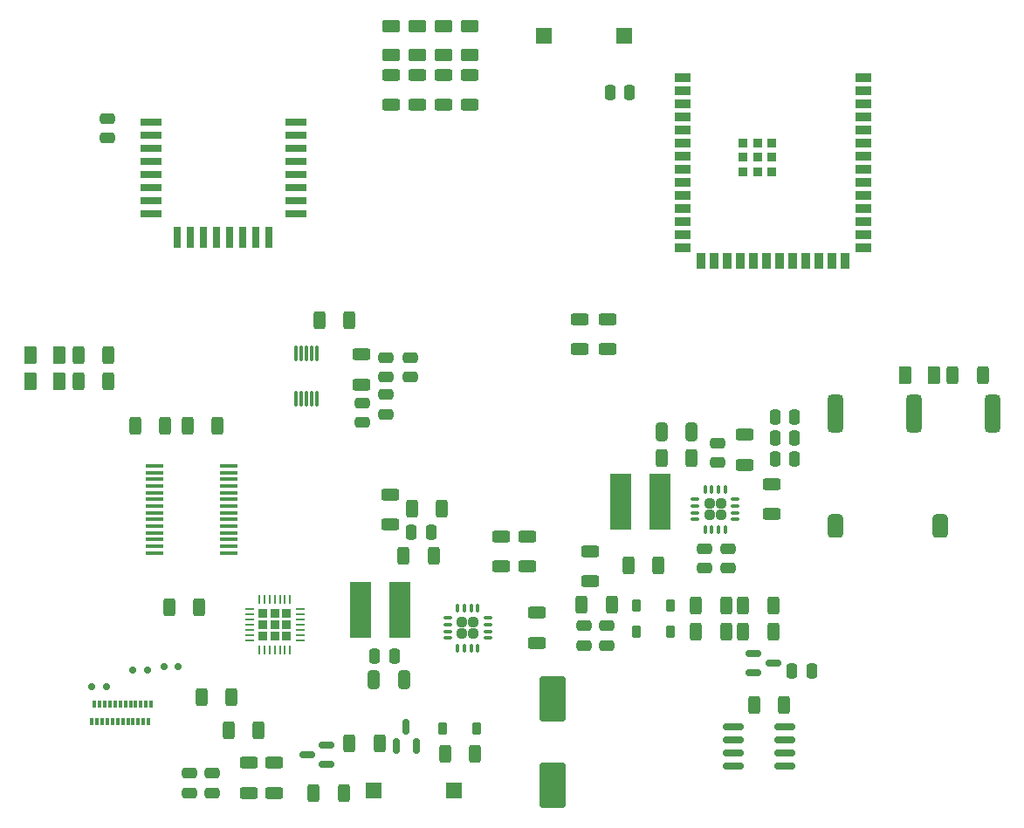
<source format=gtp>
G04 #@! TF.GenerationSoftware,KiCad,Pcbnew,7.0.2-6a45011f42~172~ubuntu20.04.1*
G04 #@! TF.CreationDate,2023-05-01T11:45:46+02:00*
G04 #@! TF.ProjectId,pippino_board,70697070-696e-46f5-9f62-6f6172642e6b,rev?*
G04 #@! TF.SameCoordinates,Original*
G04 #@! TF.FileFunction,Paste,Top*
G04 #@! TF.FilePolarity,Positive*
%FSLAX46Y46*%
G04 Gerber Fmt 4.6, Leading zero omitted, Abs format (unit mm)*
G04 Created by KiCad (PCBNEW 7.0.2-6a45011f42~172~ubuntu20.04.1) date 2023-05-01 11:45:46*
%MOMM*%
%LPD*%
G01*
G04 APERTURE LIST*
G04 Aperture macros list*
%AMRoundRect*
0 Rectangle with rounded corners*
0 $1 Rounding radius*
0 $2 $3 $4 $5 $6 $7 $8 $9 X,Y pos of 4 corners*
0 Add a 4 corners polygon primitive as box body*
4,1,4,$2,$3,$4,$5,$6,$7,$8,$9,$2,$3,0*
0 Add four circle primitives for the rounded corners*
1,1,$1+$1,$2,$3*
1,1,$1+$1,$4,$5*
1,1,$1+$1,$6,$7*
1,1,$1+$1,$8,$9*
0 Add four rect primitives between the rounded corners*
20,1,$1+$1,$2,$3,$4,$5,0*
20,1,$1+$1,$4,$5,$6,$7,0*
20,1,$1+$1,$6,$7,$8,$9,0*
20,1,$1+$1,$8,$9,$2,$3,0*%
G04 Aperture macros list end*
%ADD10RoundRect,0.250000X0.625000X-0.312500X0.625000X0.312500X-0.625000X0.312500X-0.625000X-0.312500X0*%
%ADD11RoundRect,0.250000X0.312500X0.625000X-0.312500X0.625000X-0.312500X-0.625000X0.312500X-0.625000X0*%
%ADD12RoundRect,0.250000X-0.375000X-0.625000X0.375000X-0.625000X0.375000X0.625000X-0.375000X0.625000X0*%
%ADD13R,1.750000X0.450000*%
%ADD14RoundRect,0.250000X-0.625000X0.375000X-0.625000X-0.375000X0.625000X-0.375000X0.625000X0.375000X0*%
%ADD15RoundRect,0.250000X0.250000X0.475000X-0.250000X0.475000X-0.250000X-0.475000X0.250000X-0.475000X0*%
%ADD16RoundRect,0.150000X-0.150000X-0.200000X0.150000X-0.200000X0.150000X0.200000X-0.150000X0.200000X0*%
%ADD17RoundRect,0.250000X-0.312500X-0.625000X0.312500X-0.625000X0.312500X0.625000X-0.312500X0.625000X0*%
%ADD18RoundRect,0.250000X-0.475000X0.250000X-0.475000X-0.250000X0.475000X-0.250000X0.475000X0.250000X0*%
%ADD19RoundRect,0.381000X-0.381000X1.460500X-0.381000X-1.460500X0.381000X-1.460500X0.381000X1.460500X0*%
%ADD20RoundRect,0.381000X-0.381000X0.762000X-0.381000X-0.762000X0.381000X-0.762000X0.381000X0.762000X0*%
%ADD21RoundRect,0.238649X0.238648X-0.238648X0.238648X0.238648X-0.238648X0.238648X-0.238648X-0.238648X0*%
%ADD22RoundRect,0.087500X0.087500X-0.325000X0.087500X0.325000X-0.087500X0.325000X-0.087500X-0.325000X0*%
%ADD23RoundRect,0.087500X0.325000X-0.087500X0.325000X0.087500X-0.325000X0.087500X-0.325000X-0.087500X0*%
%ADD24RoundRect,0.075000X-0.075000X0.650000X-0.075000X-0.650000X0.075000X-0.650000X0.075000X0.650000X0*%
%ADD25RoundRect,0.150000X-0.587500X-0.150000X0.587500X-0.150000X0.587500X0.150000X-0.587500X0.150000X0*%
%ADD26RoundRect,0.225000X-0.225000X-0.375000X0.225000X-0.375000X0.225000X0.375000X-0.225000X0.375000X0*%
%ADD27RoundRect,0.250000X-1.000000X1.950000X-1.000000X-1.950000X1.000000X-1.950000X1.000000X1.950000X0*%
%ADD28RoundRect,0.225000X0.225000X0.375000X-0.225000X0.375000X-0.225000X-0.375000X0.225000X-0.375000X0*%
%ADD29RoundRect,0.250000X0.475000X-0.250000X0.475000X0.250000X-0.475000X0.250000X-0.475000X-0.250000X0*%
%ADD30RoundRect,0.150000X0.150000X-0.587500X0.150000X0.587500X-0.150000X0.587500X-0.150000X-0.587500X0*%
%ADD31RoundRect,0.150000X0.150000X0.200000X-0.150000X0.200000X-0.150000X-0.200000X0.150000X-0.200000X0*%
%ADD32RoundRect,0.250000X-0.325000X-0.650000X0.325000X-0.650000X0.325000X0.650000X-0.325000X0.650000X0*%
%ADD33RoundRect,0.250000X-0.625000X0.312500X-0.625000X-0.312500X0.625000X-0.312500X0.625000X0.312500X0*%
%ADD34R,1.500000X1.500000*%
%ADD35RoundRect,0.250000X-0.250000X-0.475000X0.250000X-0.475000X0.250000X0.475000X-0.250000X0.475000X0*%
%ADD36R,1.500000X0.900000*%
%ADD37R,0.900000X1.500000*%
%ADD38R,0.900000X0.900000*%
%ADD39R,2.150000X5.500000*%
%ADD40RoundRect,0.225000X-0.225000X-0.225000X0.225000X-0.225000X0.225000X0.225000X-0.225000X0.225000X0*%
%ADD41RoundRect,0.062500X-0.337500X-0.062500X0.337500X-0.062500X0.337500X0.062500X-0.337500X0.062500X0*%
%ADD42RoundRect,0.062500X-0.062500X-0.337500X0.062500X-0.337500X0.062500X0.337500X-0.062500X0.337500X0*%
%ADD43R,0.300000X0.700000*%
%ADD44RoundRect,0.150000X-0.825000X-0.150000X0.825000X-0.150000X0.825000X0.150000X-0.825000X0.150000X0*%
%ADD45RoundRect,0.150000X0.587500X0.150000X-0.587500X0.150000X-0.587500X-0.150000X0.587500X-0.150000X0*%
%ADD46R,2.000000X0.700000*%
%ADD47R,0.700000X2.000000*%
G04 APERTURE END LIST*
D10*
X138250000Y-131462500D03*
X138250000Y-128537500D03*
D11*
X110912500Y-117590000D03*
X107987500Y-117590000D03*
X133712500Y-157500000D03*
X130787500Y-157500000D03*
D12*
X103381250Y-117590000D03*
X106181250Y-117590000D03*
D13*
X122600000Y-134225000D03*
X122600000Y-133575000D03*
X122600000Y-132925000D03*
X122600000Y-132275000D03*
X122600000Y-131625000D03*
X122600000Y-130975000D03*
X122600000Y-130325000D03*
X122600000Y-129675000D03*
X122600000Y-129025000D03*
X122600000Y-128375000D03*
X122600000Y-127725000D03*
X122600000Y-127075000D03*
X122600000Y-126425000D03*
X122600000Y-125775000D03*
X115400000Y-125775000D03*
X115400000Y-126425000D03*
X115400000Y-127075000D03*
X115400000Y-127725000D03*
X115400000Y-128375000D03*
X115400000Y-129025000D03*
X115400000Y-129675000D03*
X115400000Y-130325000D03*
X115400000Y-130975000D03*
X115400000Y-131625000D03*
X115400000Y-132275000D03*
X115400000Y-132925000D03*
X115400000Y-133575000D03*
X115400000Y-134225000D03*
D12*
X103381250Y-115000000D03*
X106181250Y-115000000D03*
D14*
X143440000Y-83100000D03*
X143440000Y-85900000D03*
D12*
X188200000Y-117000000D03*
X191000000Y-117000000D03*
D11*
X110912500Y-115000000D03*
X107987500Y-115000000D03*
D15*
X177450000Y-125104000D03*
X175550000Y-125104000D03*
D16*
X117700000Y-145250000D03*
X116300000Y-145250000D03*
D17*
X164537500Y-125000000D03*
X167462500Y-125000000D03*
D10*
X124500000Y-157500000D03*
X124500000Y-154575000D03*
D18*
X118750000Y-155587500D03*
X118750000Y-157487500D03*
D19*
X196620000Y-120721500D03*
X189000000Y-120721500D03*
X181380000Y-120721500D03*
D20*
X181380000Y-131580000D03*
X191540000Y-131580000D03*
D11*
X159712500Y-139250000D03*
X156787500Y-139250000D03*
X137212500Y-152710000D03*
X134287500Y-152710000D03*
D21*
X169200000Y-130550000D03*
X170300000Y-130550000D03*
X169200000Y-129450000D03*
X170300000Y-129450000D03*
D22*
X168775000Y-131962500D03*
X169425000Y-131962500D03*
X170075000Y-131962500D03*
X170725000Y-131962500D03*
D23*
X171712500Y-130975000D03*
X171712500Y-130325000D03*
X171712500Y-129675000D03*
X171712500Y-129025000D03*
D22*
X170725000Y-128037500D03*
X170075000Y-128037500D03*
X169425000Y-128037500D03*
X168775000Y-128037500D03*
D23*
X167787500Y-129025000D03*
X167787500Y-129675000D03*
X167787500Y-130325000D03*
X167787500Y-130975000D03*
D24*
X131109000Y-114877000D03*
X130609000Y-114877000D03*
X130109000Y-114877000D03*
X129609000Y-114877000D03*
X129109000Y-114877000D03*
X129109000Y-119277000D03*
X129609000Y-119277000D03*
X130109000Y-119277000D03*
X130609000Y-119277000D03*
X131109000Y-119277000D03*
D10*
X151500000Y-135534500D03*
X151500000Y-132609500D03*
D15*
X179100000Y-145700000D03*
X177200000Y-145700000D03*
D18*
X170000000Y-123550000D03*
X170000000Y-125450000D03*
D11*
X146462500Y-153750000D03*
X143537500Y-153750000D03*
X121478500Y-121872000D03*
X118553500Y-121872000D03*
D25*
X173490500Y-145866000D03*
X173490500Y-143966000D03*
X175365500Y-144916000D03*
D14*
X140900000Y-83100000D03*
X140900000Y-85900000D03*
D17*
X122537500Y-151400000D03*
X125462500Y-151400000D03*
D26*
X162110000Y-141868000D03*
X165410000Y-141868000D03*
D27*
X154000000Y-148400000D03*
X154000000Y-156800000D03*
D28*
X146650000Y-151250000D03*
X143350000Y-151250000D03*
D29*
X157000000Y-143200000D03*
X157000000Y-141300000D03*
D17*
X113473500Y-121872000D03*
X116398500Y-121872000D03*
D18*
X135500000Y-119650000D03*
X135500000Y-121550000D03*
X140200000Y-115250000D03*
X140200000Y-117150000D03*
D30*
X138850000Y-152937500D03*
X140750000Y-152937500D03*
X139800000Y-151062500D03*
D29*
X137800000Y-120750000D03*
X137800000Y-118850000D03*
D31*
X113300000Y-145600000D03*
X114700000Y-145600000D03*
D32*
X136625000Y-146500000D03*
X139575000Y-146500000D03*
D17*
X172457500Y-139328000D03*
X175382500Y-139328000D03*
D15*
X161450000Y-89500000D03*
X159550000Y-89500000D03*
D11*
X170810500Y-141868000D03*
X167885500Y-141868000D03*
D17*
X131337500Y-111600000D03*
X134262500Y-111600000D03*
D10*
X149000000Y-135534500D03*
X149000000Y-132609500D03*
D14*
X138360000Y-83100000D03*
X138360000Y-85900000D03*
D33*
X175200000Y-127537500D03*
X175200000Y-130462500D03*
D11*
X164262500Y-135400000D03*
X161337500Y-135400000D03*
D10*
X127000000Y-157500000D03*
X127000000Y-154575000D03*
D17*
X172457500Y-141868000D03*
X175382500Y-141868000D03*
D10*
X143440000Y-90752500D03*
X143440000Y-87827500D03*
D34*
X160900000Y-84000000D03*
X153100000Y-84000000D03*
D35*
X136750000Y-144200000D03*
X138650000Y-144200000D03*
D17*
X140335000Y-129921000D03*
X143260000Y-129921000D03*
D10*
X156650000Y-114462500D03*
X156650000Y-111537500D03*
D17*
X119937500Y-148200000D03*
X122862500Y-148200000D03*
D10*
X140900000Y-90752500D03*
X140900000Y-87827500D03*
D36*
X166590000Y-88090000D03*
X166590000Y-89360000D03*
X166590000Y-90630000D03*
X166590000Y-91900000D03*
X166590000Y-93170000D03*
X166590000Y-94440000D03*
X166590000Y-95710000D03*
X166590000Y-96980000D03*
X166590000Y-98250000D03*
X166590000Y-99520000D03*
X166590000Y-100790000D03*
X166590000Y-102060000D03*
X166590000Y-103330000D03*
X166590000Y-104600000D03*
D37*
X168355000Y-105850000D03*
X169625000Y-105850000D03*
X170895000Y-105850000D03*
X172165000Y-105850000D03*
X173435000Y-105850000D03*
X174705000Y-105850000D03*
X175975000Y-105850000D03*
X177245000Y-105850000D03*
X178515000Y-105850000D03*
X179785000Y-105850000D03*
X181055000Y-105850000D03*
X182325000Y-105850000D03*
D36*
X184090000Y-104600000D03*
X184090000Y-103330000D03*
X184090000Y-102060000D03*
X184090000Y-100790000D03*
X184090000Y-99520000D03*
X184090000Y-98250000D03*
X184090000Y-96980000D03*
X184090000Y-95710000D03*
X184090000Y-94440000D03*
X184090000Y-93170000D03*
X184090000Y-91900000D03*
X184090000Y-90630000D03*
X184090000Y-89360000D03*
X184090000Y-88090000D03*
D38*
X172440000Y-94410000D03*
X172440000Y-95810000D03*
X172440000Y-97210000D03*
X173840000Y-94410000D03*
X173840000Y-95810000D03*
X173840000Y-97210000D03*
X175240000Y-94410000D03*
X175240000Y-95810000D03*
X175240000Y-97210000D03*
D32*
X164525000Y-122500000D03*
X167475000Y-122500000D03*
D39*
X139175000Y-139750000D03*
X135325000Y-139750000D03*
D40*
X125910000Y-140064000D03*
X125910000Y-141184000D03*
X125910000Y-142304000D03*
X127030000Y-140064000D03*
X127030000Y-141184000D03*
X127030000Y-142304000D03*
X128150000Y-140064000D03*
X128150000Y-141184000D03*
X128150000Y-142304000D03*
D41*
X124580000Y-139684000D03*
X124580000Y-140184000D03*
X124580000Y-140684000D03*
X124580000Y-141184000D03*
X124580000Y-141684000D03*
X124580000Y-142184000D03*
X124580000Y-142684000D03*
D42*
X125530000Y-143634000D03*
X126030000Y-143634000D03*
X126530000Y-143634000D03*
X127030000Y-143634000D03*
X127530000Y-143634000D03*
X128030000Y-143634000D03*
X128530000Y-143634000D03*
D41*
X129480000Y-142684000D03*
X129480000Y-142184000D03*
X129480000Y-141684000D03*
X129480000Y-141184000D03*
X129480000Y-140684000D03*
X129480000Y-140184000D03*
X129480000Y-139684000D03*
D42*
X128530000Y-138734000D03*
X128030000Y-138734000D03*
X127530000Y-138734000D03*
X127030000Y-138734000D03*
X126530000Y-138734000D03*
X126030000Y-138734000D03*
X125530000Y-138734000D03*
D10*
X135400000Y-117862500D03*
X135400000Y-114937500D03*
D35*
X140300000Y-132250000D03*
X142200000Y-132250000D03*
D10*
X152500000Y-142962500D03*
X152500000Y-140037500D03*
D17*
X139537500Y-134500000D03*
X142462500Y-134500000D03*
D29*
X110774000Y-93950000D03*
X110774000Y-92050000D03*
D11*
X119712500Y-139500000D03*
X116787500Y-139500000D03*
D29*
X159250000Y-143200000D03*
X159250000Y-141300000D03*
D15*
X177450000Y-123072000D03*
X175550000Y-123072000D03*
D17*
X167885500Y-139328000D03*
X170810500Y-139328000D03*
D18*
X168750000Y-133800000D03*
X168750000Y-135700000D03*
D43*
X109548000Y-148864000D03*
X110048000Y-148864000D03*
X110548000Y-148864000D03*
X111048000Y-148864000D03*
X111548000Y-148864000D03*
X112048000Y-148864000D03*
X112548000Y-148864000D03*
X113048000Y-148864000D03*
X113548000Y-148864000D03*
X114048000Y-148864000D03*
X114548000Y-148864000D03*
X115048000Y-148864000D03*
X114798000Y-150564000D03*
X114298000Y-150564000D03*
X113798000Y-150564000D03*
X113298000Y-150564000D03*
X112798000Y-150564000D03*
X112298000Y-150564000D03*
X111798000Y-150564000D03*
X111298000Y-150564000D03*
X110798000Y-150564000D03*
X110298000Y-150564000D03*
X109798000Y-150564000D03*
X109298000Y-150564000D03*
D15*
X177450000Y-121040000D03*
X175550000Y-121040000D03*
D44*
X171525000Y-151095000D03*
X171525000Y-152365000D03*
X171525000Y-153635000D03*
X171525000Y-154905000D03*
X176475000Y-154905000D03*
X176475000Y-153635000D03*
X176475000Y-152365000D03*
X176475000Y-151095000D03*
D14*
X145980000Y-83100000D03*
X145980000Y-85900000D03*
D18*
X121000000Y-155587500D03*
X121000000Y-157487500D03*
D21*
X145200000Y-142050000D03*
X146300000Y-142050000D03*
X145200000Y-140950000D03*
X146300000Y-140950000D03*
D22*
X144775000Y-143462500D03*
X145425000Y-143462500D03*
X146075000Y-143462500D03*
X146725000Y-143462500D03*
D23*
X147712500Y-142475000D03*
X147712500Y-141825000D03*
X147712500Y-141175000D03*
X147712500Y-140525000D03*
D22*
X146725000Y-139537500D03*
X146075000Y-139537500D03*
X145425000Y-139537500D03*
X144775000Y-139537500D03*
D23*
X143787500Y-140525000D03*
X143787500Y-141175000D03*
X143787500Y-141825000D03*
X143787500Y-142475000D03*
D16*
X110700000Y-147200000D03*
X109300000Y-147200000D03*
D10*
X145980000Y-90752500D03*
X145980000Y-87827500D03*
D45*
X132087500Y-154750000D03*
X132087500Y-152850000D03*
X130212500Y-153800000D03*
D11*
X195712500Y-117000000D03*
X192787500Y-117000000D03*
D39*
X164425000Y-129250000D03*
X160575000Y-129250000D03*
D29*
X137800000Y-117150000D03*
X137800000Y-115250000D03*
D10*
X159350000Y-114462500D03*
X159350000Y-111537500D03*
D33*
X172600000Y-122737500D03*
X172600000Y-125662500D03*
D10*
X138360000Y-90752500D03*
X138360000Y-87827500D03*
D46*
X115000000Y-92410400D03*
X115000000Y-93680400D03*
X115000000Y-94950400D03*
X115000000Y-96220400D03*
X115000000Y-97490400D03*
X115000000Y-98760400D03*
X115000000Y-100030400D03*
X115000000Y-101300400D03*
D47*
X117590000Y-103560400D03*
X118860000Y-103560400D03*
X120130000Y-103560400D03*
X121400000Y-103560400D03*
X122670000Y-103560400D03*
X123940000Y-103560400D03*
X125210000Y-103560400D03*
X126480000Y-103560400D03*
D46*
X129100000Y-101300400D03*
X129100000Y-100030400D03*
X129100000Y-98760400D03*
X129100000Y-97490400D03*
X129100000Y-96220400D03*
X129100000Y-94950400D03*
X129100000Y-93680400D03*
X129100000Y-92410400D03*
D26*
X162110000Y-139328000D03*
X165410000Y-139328000D03*
D33*
X157600000Y-134037500D03*
X157600000Y-136962500D03*
D34*
X136600000Y-157250000D03*
X144400000Y-157250000D03*
D17*
X173537500Y-149000000D03*
X176462500Y-149000000D03*
D18*
X171000000Y-133800000D03*
X171000000Y-135700000D03*
M02*

</source>
